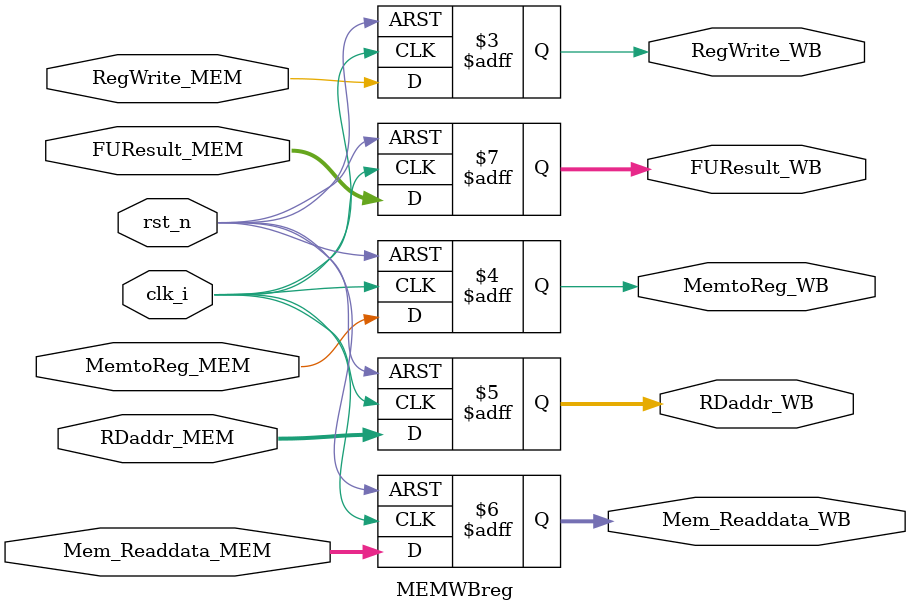
<source format=v>
module MEMWBreg(
           clk_i,
           rst_n,
           RegWrite_MEM,
           RegWrite_WB,
           MemtoReg_MEM,
           MemtoReg_WB,
           RDaddr_MEM,
           RDaddr_WB,
           Mem_Readdata_MEM,
           Mem_Readdata_WB,
           FUResult_MEM,
           FUResult_WB
       );
input clk_i;
input rst_n;
input RegWrite_MEM;
input MemtoReg_MEM;
input [2:0] RDaddr_MEM;
input [15:0] Mem_Readdata_MEM;
input [15:0] FUResult_MEM;


output reg RegWrite_WB;
output reg MemtoReg_WB;
output reg [2:0] RDaddr_WB;
output reg [15:0] Mem_Readdata_WB;
output reg [15:0] FUResult_WB;




always@(posedge clk_i or negedge rst_n)
begin
    if(!rst_n)
    begin
        RegWrite_WB <= 1'b0;
        MemtoReg_WB <= 1'b0;
        RDaddr_WB <= 3'b0;
        Mem_Readdata_WB <= 16'b0;
        FUResult_WB <= 16'b0;

    end

    else
    begin
        RegWrite_WB <= RegWrite_MEM;
        MemtoReg_WB <= MemtoReg_MEM;
        RDaddr_WB <= RDaddr_MEM;
        Mem_Readdata_WB <= Mem_Readdata_MEM;
        FUResult_WB <= FUResult_MEM;

    end

end

endmodule

</source>
